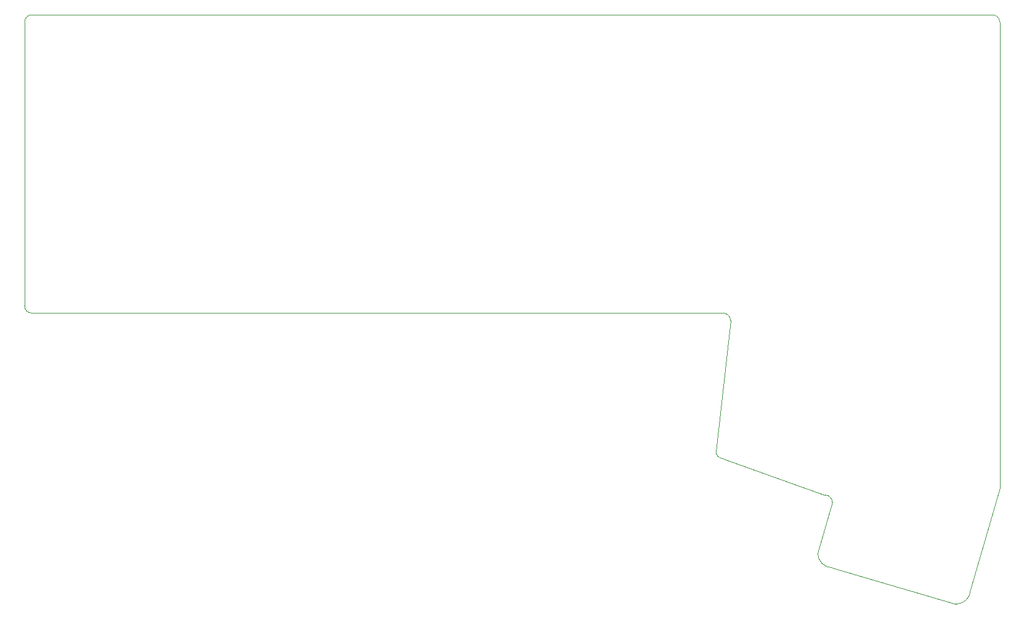
<source format=gbr>
G04 #@! TF.GenerationSoftware,KiCad,Pcbnew,(5.1.4)-1*
G04 #@! TF.CreationDate,2021-07-29T18:33:23-04:00*
G04 #@! TF.ProjectId,chayzer,63686179-7a65-4722-9e6b-696361645f70,rev?*
G04 #@! TF.SameCoordinates,Original*
G04 #@! TF.FileFunction,Profile,NP*
%FSLAX46Y46*%
G04 Gerber Fmt 4.6, Leading zero omitted, Abs format (unit mm)*
G04 Created by KiCad (PCBNEW (5.1.4)-1) date 2021-07-29 18:33:23*
%MOMM*%
%LPD*%
G04 APERTURE LIST*
%ADD10C,0.050000*%
G04 APERTURE END LIST*
D10*
X213000000Y-145500000D02*
X217000000Y-131500000D01*
X211000000Y-147500000D02*
X194000000Y-142500000D01*
X213000000Y-145500000D02*
G75*
G02X211000000Y-147500000I-2000000J0D01*
G01*
X194000000Y-133500000D02*
X192000000Y-140500000D01*
X194000000Y-142500000D02*
G75*
G02X192000000Y-140500000I0J2000000D01*
G01*
X217000000Y-67500000D02*
X217000000Y-131500000D01*
X84000000Y-66500000D02*
X216000000Y-66500000D01*
X83000000Y-106500000D02*
X83000000Y-67500000D01*
X179000000Y-107500000D02*
X84000000Y-107500000D01*
X180000000Y-108500000D02*
X178000000Y-126500000D01*
X179000000Y-127500000D02*
X193000000Y-132500000D01*
X193000000Y-132500000D02*
G75*
G02X194000000Y-133500000I0J-1000000D01*
G01*
X179000000Y-127500000D02*
G75*
G02X178000000Y-126500000I0J1000000D01*
G01*
X179000000Y-107500000D02*
G75*
G02X180000000Y-108500000I0J-1000000D01*
G01*
X84000000Y-107500000D02*
G75*
G02X83000000Y-106500000I0J1000000D01*
G01*
X83000000Y-67500000D02*
G75*
G02X84000000Y-66500000I1000000J0D01*
G01*
X216000000Y-66500000D02*
G75*
G02X217000000Y-67500000I0J-1000000D01*
G01*
M02*

</source>
